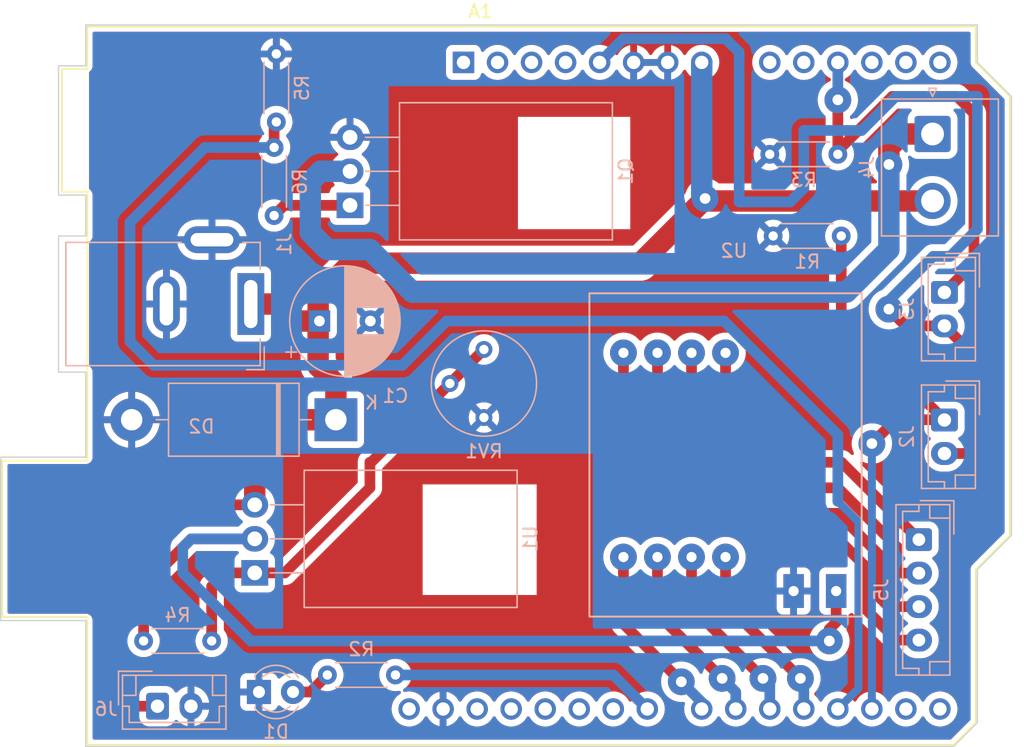
<source format=kicad_pcb>
(kicad_pcb (version 20211014) (generator pcbnew)
  (layers (0 "F.Cu" signal) (31 "B.Cu" signal) (34 "B.Paste" user) (35 "F.Paste" user) (36 "B.SilkS" user "B.Silkscreen") (37 "F.SilkS" user "F.Silkscreen") (38 "B.Mask" user) (39 "F.Mask" user) (44 "Edge.Cuts" user))
  (net 0 "")
  (net 5 "+5V")
  (net 6 "GND")
  (net 7 "Net-(J4-Pad1)")
  (net 8 "+12V")
  (net 9 "THERMISTOR")
  (net 15 "M0")
  (net 16 "M1")
  (net 17 "M2")
  (net 18 "M3")
  (net 19 "HOTEND")
  (net 20 "RUNOUT")
  (net 21 "LED")
  (net 28 "Net-(R4-Pad1)")
  (net 29 "+9V")
  (net 30 "Net-(D1-Pad2)")
  (net 31 "Net-(J5-Pad1)")
  (net 32 "Net-(J5-Pad2)")
  (net 33 "Net-(J5-Pad3)")
  (net 34 "Net-(J5-Pad4)")
  (net 35 "Net-(Q1-Pad1)")
  (footprint "Module:Arduino_UNO_R2" (layer "F.Cu") (at 151.13 85.09)
    (fp_text reference "A1" (at 1.27 -3.81 180) (layer "F.SilkS"))
    (fp_text value "Arduino_UNO_R2")
    (pad "1" thru_hole rect (at 0 0 90) (size 1.6 1.6) (drill 1) (layers *.Cu *.Mask))
    (pad "2" thru_hole oval (at 2.54 0 90) (size 1.6 1.6) (drill 1) (layers *.Cu *.Mask))
    (pad "3" thru_hole oval (at 5.08 0 90) (size 1.6 1.6) (drill 1) (layers *.Cu *.Mask))
    (pad "4" thru_hole oval (at 7.62 0 90) (size 1.6 1.6) (drill 1) (layers *.Cu *.Mask))
    (pad "5" thru_hole oval (at 10.16 0 90) (size 1.6 1.6) (drill 1) (layers *.Cu *.Mask) (net 5 "+5V"))
    (pad "6" thru_hole oval (at 12.7 0 90) (size 1.6 1.6) (drill 1) (layers *.Cu *.Mask) (net 6 "GND"))
    (pad "7" thru_hole oval (at 15.24 0 90) (size 1.6 1.6) (drill 1) (layers *.Cu *.Mask) (net 6 "GND"))
    (pad "8" thru_hole oval (at 17.78 0 90) (size 1.6 1.6) (drill 1) (layers *.Cu *.Mask) (net 8 "+12V"))
    (pad "9" thru_hole oval (at 22.86 0 90) (size 1.6 1.6) (drill 1) (layers *.Cu *.Mask))
    (pad "10" thru_hole oval (at 25.4 0 90) (size 1.6 1.6) (drill 1) (layers *.Cu *.Mask))
    (pad "11" thru_hole oval (at 27.94 0 90) (size 1.6 1.6) (drill 1) (layers *.Cu *.Mask) (net 9 "THERMISTOR"))
    (pad "12" thru_hole oval (at 30.48 0 90) (size 1.6 1.6) (drill 1) (layers *.Cu *.Mask))
    (pad "13" thru_hole oval (at 33.02 0 90) (size 1.6 1.6) (drill 1) (layers *.Cu *.Mask))
    (pad "14" thru_hole oval (at 35.56 0 90) (size 1.6 1.6) (drill 1) (layers *.Cu *.Mask))
    (pad "15" thru_hole oval (at 35.56 48.26 90) (size 1.6 1.6) (drill 1) (layers *.Cu *.Mask))
    (pad "16" thru_hole oval (at 33.02 48.26 90) (size 1.6 1.6) (drill 1) (layers *.Cu *.Mask))
    (pad "17" thru_hole oval (at 30.48 48.26 90) (size 1.6 1.6) (drill 1) (layers *.Cu *.Mask) (net 20 "RUNOUT"))
    (pad "18" thru_hole oval (at 27.94 48.26 90) (size 1.6 1.6) (drill 1) (layers *.Cu *.Mask) (net 19 "HOTEND"))
    (pad "19" thru_hole oval (at 25.4 48.26 90) (size 1.6 1.6) (drill 1) (layers *.Cu *.Mask) (net 15 "M0"))
    (pad "20" thru_hole oval (at 22.86 48.26 90) (size 1.6 1.6) (drill 1) (layers *.Cu *.Mask) (net 16 "M1"))
    (pad "21" thru_hole oval (at 20.32 48.26 90) (size 1.6 1.6) (drill 1) (layers *.Cu *.Mask) (net 17 "M2"))
    (pad "22" thru_hole oval (at 17.78 48.26 90) (size 1.6 1.6) (drill 1) (layers *.Cu *.Mask) (net 18 "M3"))
    (pad "23" thru_hole oval (at 13.72 48.26 90) (size 1.6 1.6) (drill 1) (layers *.Cu *.Mask) (net 21 "LED"))
    (pad "24" thru_hole oval (at 11.18 48.26 90) (size 1.6 1.6) (drill 1) (layers *.Cu *.Mask))
    (pad "25" thru_hole oval (at 8.64 48.26 90) (size 1.6 1.6) (drill 1) (layers *.Cu *.Mask))
    (pad "26" thru_hole oval (at 6.1 48.26 90) (size 1.6 1.6) (drill 1) (layers *.Cu *.Mask))
    (pad "27" thru_hole oval (at 3.56 48.26 90) (size 1.6 1.6) (drill 1) (layers *.Cu *.Mask))
    (pad "28" thru_hole oval (at 1.02 48.26 90) (size 1.6 1.6) (drill 1) (layers *.Cu *.Mask))
    (pad "29" thru_hole oval (at -1.52 48.26 90) (size 1.6 1.6) (drill 1) (layers *.Cu *.Mask) (net 6 "GND"))
    (pad "30" thru_hole oval (at -4.06 48.26 90) (size 1.6 1.6) (drill 1) (layers *.Cu *.Mask))
  )
  (footprint "Connector_JST:JST_NV_B02P-NV_1x02_P5.00mm_Vertical" (layer "B.Cu") (at 186.14 90.4325 -90)
    (fp_text reference "J4" (at 2.5 4.9 90) (layer "B.SilkS") (effects (justify mirror)))
    (fp_text value "Conn_01x02")
    (pad "1" thru_hole roundrect (at 0 0 270) (size 2.7 2.7) (drill 1.7) (layers *.Cu *.Mask) (roundrect_rratio 0.09259296296) (net 7 "Net-(J4-Pad1)"))
    (pad "2" thru_hole circle (at 5 0 270) (size 2.7 2.7) (drill 1.7) (layers *.Cu *.Mask) (net 8 "+12V"))
  )
  (footprint "Resistor_THT:R_Axial_DIN0204_L3.6mm_D1.6mm_P5.08mm_Horizontal" (layer "B.Cu") (at 174.244 98.044)
    (fp_text reference "R1" (at 2.54 1.92) (layer "B.SilkS") (effects (justify mirror)))
    (fp_text value "10k")
    (pad "1" thru_hole circle (at 0 0) (size 1.4 1.4) (drill 0.7) (layers *.Cu *.Mask) (net 6 "GND"))
    (pad "2" thru_hole oval (at 5.08 0) (size 1.4 1.4) (drill 0.7) (layers *.Cu *.Mask) (net 20 "RUNOUT"))
  )
  (footprint "Package_TO_SOT_THT:TO-220-3_Horizontal_TabDown" (layer "B.Cu") (at 142.662 95.758 90)
    (fp_text reference "Q1" (at 2.54 20.58 90) (layer "B.SilkS") (effects (justify mirror)))
    (fp_text value "IRF540N")
    (pad "" np_thru_hole oval (at 2.54 16.66 90) (size 3.5 3.5) (drill 3.5) (layers F&B.Cu *.Mask))
    (pad "1" thru_hole rect (at 0 0 90) (size 1.905 2) (drill 1.1) (layers *.Cu *.Mask) (net 35 "Net-(Q1-Pad1)"))
    (pad "2" thru_hole oval (at 2.54 0 90) (size 1.905 2) (drill 1.1) (layers *.Cu *.Mask) (net 7 "Net-(J4-Pad1)"))
    (pad "3" thru_hole oval (at 5.08 0 90) (size 1.905 2) (drill 1.1) (layers *.Cu *.Mask) (net 6 "GND"))
  )
  (footprint "Resistor_THT:R_Axial_DIN0204_L3.6mm_D1.6mm_P5.08mm_Horizontal" (layer "B.Cu") (at 146.05 130.81 180)
    (fp_text reference "R2" (at 2.54 1.92) (layer "B.SilkS") (effects (justify mirror)))
    (fp_text value "220")
    (pad "1" thru_hole circle (at 0 0 180) (size 1.4 1.4) (drill 0.7) (layers *.Cu *.Mask) (net 21 "LED"))
    (pad "2" thru_hole oval (at 5.08 0 180) (size 1.4 1.4) (drill 0.7) (layers *.Cu *.Mask) (net 30 "Net-(D1-Pad2)"))
  )
  (footprint "LED_THT:LED_D3.0mm" (layer "B.Cu") (at 135.865 132.08)
    (fp_text reference "D1" (at 1.27 2.96) (layer "B.SilkS") (effects (justify mirror)))
    (fp_text value "LED_Small")
    (pad "1" thru_hole rect (at 0 0) (size 1.8 1.8) (drill 0.9) (layers *.Cu *.Mask) (net 6 "GND"))
    (pad "2" thru_hole circle (at 2.54 0) (size 1.8 1.8) (drill 0.9) (layers *.Cu *.Mask) (net 30 "Net-(D1-Pad2)"))
  )
  (footprint "Connector_JST:JST_EH_B4B-EH-A_1x04_P2.50mm_Vertical" (layer "B.Cu") (at 185.12 120.71 -90)
    (fp_text reference "J5" (at 3.75 2.8 90) (layer "B.SilkS") (effects (justify mirror)))
    (fp_text value "Conn_01x04")
    (pad "1" thru_hole roundrect (at 0 0 270) (size 1.7 1.95) (drill 0.95) (layers *.Cu *.Mask) (roundrect_rratio 0.1470588235) (net 31 "Net-(J5-Pad1)"))
    (pad "2" thru_hole oval (at 2.5 0 270) (size 1.7 1.95) (drill 0.95) (layers *.Cu *.Mask) (net 32 "Net-(J5-Pad2)"))
    (pad "3" thru_hole oval (at 5 0 270) (size 1.7 1.95) (drill 0.95) (layers *.Cu *.Mask) (net 33 "Net-(J5-Pad3)"))
    (pad "4" thru_hole oval (at 7.5 0 270) (size 1.7 1.95) (drill 0.95) (layers *.Cu *.Mask) (net 34 "Net-(J5-Pad4)"))
  )
  (footprint "Resistor_THT:R_Axial_DIN0204_L3.6mm_D1.6mm_P5.08mm_Horizontal" (layer "B.Cu") (at 173.99 91.948)
    (fp_text reference "R3" (at 2.54 1.92) (layer "B.SilkS") (effects (justify mirror)))
    (fp_text value "10k")
    (pad "1" thru_hole circle (at 0 0) (size 1.4 1.4) (drill 0.7) (layers *.Cu *.Mask) (net 6 "GND"))
    (pad "2" thru_hole oval (at 5.08 0) (size 1.4 1.4) (drill 0.7) (layers *.Cu *.Mask) (net 9 "THERMISTOR"))
  )
  (footprint "Resistor_THT:R_Axial_DIN0204_L3.6mm_D1.6mm_P5.08mm_Horizontal" (layer "B.Cu") (at 132.334 128.27 180)
    (fp_text reference "R4" (at 2.54 1.92) (layer "B.SilkS") (effects (justify mirror)))
    (fp_text value "240")
    (pad "1" thru_hole circle (at 0 0 180) (size 1.4 1.4) (drill 0.7) (layers *.Cu *.Mask) (net 28 "Net-(R4-Pad1)"))
    (pad "2" thru_hole oval (at 5.08 0 180) (size 1.4 1.4) (drill 0.7) (layers *.Cu *.Mask) (net 29 "+9V"))
  )
  (footprint "Connector_JST:JST_EH_B2B-EH-A_1x02_P2.50mm_Vertical" (layer "B.Cu") (at 187.025 102.255 -90)
    (fp_text reference "J3" (at 1.25 2.8 90) (layer "B.SilkS") (effects (justify mirror)))
    (fp_text value "Conn_01x02")
    (pad "1" thru_hole roundrect (at 0 0 270) (size 1.7 2) (drill 1) (layers *.Cu *.Mask) (roundrect_rratio 0.1470588235) (net 9 "THERMISTOR"))
    (pad "2" thru_hole oval (at 2.5 0 270) (size 1.7 2) (drill 1) (layers *.Cu *.Mask) (net 5 "+5V"))
  )
  (footprint "Diode_THT:D_DO-201AD_P15.24mm_Horizontal" (layer "B.Cu") (at 141.605 111.76 180)
    (fp_text reference "D2" (at 10.033 -0.508) (layer "B.SilkS") (effects (justify mirror)))
    (fp_text value "1N5402")
    (fp_text user "K" (at -2.667 1.27) (layer "B.SilkS") (effects (justify mirror)))
    (pad "1" thru_hole rect (at 0 0 180) (size 3.2 3.2) (drill 1.6) (layers *.Cu *.Mask) (net 8 "+12V"))
    (pad "2" thru_hole oval (at 15.24 0 180) (size 3.2 3.2) (drill 1.6) (layers *.Cu *.Mask) (net 6 "GND"))
  )
  (footprint "Package_TO_SOT_THT:TO-220-3_Horizontal_TabDown" (layer "B.Cu") (at 135.55 123.19 90)
    (fp_text reference "U1" (at 2.54 20.58 90) (layer "B.SilkS") (effects (justify mirror)))
    (fp_text value "LM317_TO-220")
    (pad "" np_thru_hole oval (at 2.54 16.66 90) (size 3.5 3.5) (drill 3.5) (layers F&B.Cu *.Mask))
    (pad "1" thru_hole rect (at 0 0 90) (size 1.905 2) (drill 1.1) (layers *.Cu *.Mask) (net 28 "Net-(R4-Pad1)"))
    (pad "2" thru_hole oval (at 2.54 0 90) (size 1.905 2) (drill 1.1) (layers *.Cu *.Mask) (net 29 "+9V"))
    (pad "3" thru_hole oval (at 5.08 0 90) (size 1.905 2) (drill 1.1) (layers *.Cu *.Mask) (net 8 "+12V"))
  )
  (footprint "Connector_JST:JST_EH_B2B-EH-A_1x02_P2.50mm_Vertical" (layer "B.Cu") (at 187.025 111.78 -90)
    (fp_text reference "J2" (at 1.25 2.8 90) (layer "B.SilkS") (effects (justify mirror)))
    (fp_text value "Conn_01x02")
    (pad "1" thru_hole roundrect (at 0 0 270) (size 1.7 2) (drill 1) (layers *.Cu *.Mask) (roundrect_rratio 0.1470588235) (net 20 "RUNOUT"))
    (pad "2" thru_hole oval (at 2.5 0 270) (size 1.7 2) (drill 1) (layers *.Cu *.Mask) (net 5 "+5V"))
  )
  (footprint "Resistor_THT:R_Axial_DIN0204_L3.6mm_D1.6mm_P5.08mm_Horizontal" (layer "B.Cu") (at 136.995 96.52 90)
    (fp_text reference "R6" (at 2.54 1.92 90) (layer "B.SilkS") (effects (justify mirror)))
    (fp_text value "220")
    (pad "1" thru_hole circle (at 0 0 90) (size 1.4 1.4) (drill 0.7) (layers *.Cu *.Mask) (net 35 "Net-(Q1-Pad1)"))
    (pad "2" thru_hole oval (at 5.08 0 90) (size 1.4 1.4) (drill 0.7) (layers *.Cu *.Mask) (net 19 "HOTEND"))
  )
  (footprint "Connector_JST:JST_EH_B2B-EH-A_1x02_P2.50mm_Vertical" (layer "B.Cu") (at 128.29 133.142)
    (fp_text reference "J6" (at -3.83 0.208) (layer "B.SilkS") (effects (justify mirror)))
    (fp_text value "Conn_01x02")
    (pad "1" thru_hole roundrect (at 0 0) (size 1.7 2) (drill 1) (layers *.Cu *.Mask) (roundrect_rratio 0.147059) (net 8 "+12V"))
    (pad "2" thru_hole oval (at 2.5 0) (size 1.7 2) (drill 1) (layers *.Cu *.Mask) (net 6 "GND"))
  )
  (footprint "Capacitor_THT:CP_Radial_D8.0mm_P3.80mm" (layer "B.Cu") (at 140.378047 104.394)
    (fp_text reference "C1" (at 5.671953 5.588) (layer "B.SilkS") (effects (justify mirror)))
    (fp_text value "220u")
    (pad "1" thru_hole rect (at 0 0) (size 1.6 1.6) (drill 0.8) (layers *.Cu *.Mask) (net 8 "+12V"))
    (pad "2" thru_hole circle (at 3.8 0) (size 1.6 1.6) (drill 0.8) (layers *.Cu *.Mask) (net 6 "GND"))
  )
  (footprint "Connector_BarrelJack:BarrelJack_GCT_DCJ200-10-A_Horizontal" (layer "B.Cu") (at 135.255 103.124 90)
    (fp_text reference "J1" (at 4.46 2.5 90) (layer "B.SilkS") (effects (justify mirror)))
    (fp_text value "Jack-DC")
    (pad "1" thru_hole rect (at 0 0 90) (size 4.6 2) (drill oval 3.6 1) (layers *.Cu *.Mask) (net 8 "+12V"))
    (pad "2" thru_hole oval (at 0 -6.3 90) (size 4.2 2) (drill oval 3.2 1) (layers *.Cu *.Mask) (net 6 "GND"))
    (pad "3" thru_hole oval (at 4.8 -2.9 90) (size 2 4.2) (drill oval 1 3.2) (layers *.Cu *.Mask) (net 6 "GND"))
  )
  (footprint "Potentiometer_THT:Potentiometer_Bourns_3339P_Vertical" (layer "B.Cu") (at 152.654 106.516)
    (fp_text reference "RV1" (at 0 7.6) (layer "B.SilkS") (effects (justify mirror)))
    (fp_text value "1k")
    (pad "1" thru_hole circle (at 0 0) (size 1.26 1.26) (drill 0.7) (layers *.Cu *.Mask) (net 28 "Net-(R4-Pad1)"))
    (pad "2" thru_hole circle (at -2.54 2.54) (size 1.26 1.26) (drill 0.7) (layers *.Cu *.Mask) (net 28 "Net-(R4-Pad1)"))
    (pad "3" thru_hole circle (at 0 5.08) (size 1.26 1.26) (drill 0.7) (layers *.Cu *.Mask) (net 6 "GND"))
  )
  (footprint "pet_puller:mx1508_module" (layer "B.Cu") (at 174.498 99.7825 180)
    (fp_text reference "U2" (at 3.175 0.635 unlocked) (layer "B.SilkS") (effects (justify mirror)))
    (fp_text value "MX1508_module")
    (pad "1" thru_hole rect (at -4.445 -24.765 180) (size 1.524 2.524) (drill 0.762) (layers *.Cu *.Mask) (net 29 "+9V"))
    (pad "2" thru_hole rect (at -1.27 -24.765 180) (size 1.524 2.524) (drill 0.762) (layers *.Cu *.Mask) (net 6 "GND"))
    (pad "3" thru_hole circle (at 3.81 -22.225 180) (size 2 2) (drill 0.762) (layers *.Cu *.Mask) (net 15 "M0"))
    (pad "4" thru_hole circle (at 6.35 -22.225 180) (size 2 2) (drill 0.762) (layers *.Cu *.Mask) (net 16 "M1"))
    (pad "5" thru_hole circle (at 8.89 -22.225 180) (size 2 2) (drill 0.762) (layers *.Cu *.Mask) (net 17 "M2"))
    (pad "6" thru_hole circle (at 11.43 -22.225 180) (size 2 2) (drill 0.762) (layers *.Cu *.Mask) (net 18 "M3"))
    (pad "7" thru_hole circle (at 11.43 -6.985 180) (size 2 2) (drill 0.762) (layers *.Cu *.Mask) (net 34 "Net-(J5-Pad4)"))
    (pad "8" thru_hole circle (at 8.89 -6.985 180) (size 2 2) (drill 0.762) (layers *.Cu *.Mask) (net 33 "Net-(J5-Pad3)"))
    (pad "9" thru_hole circle (at 6.35 -6.985 180) (size 2 2) (drill 0.762) (layers *.Cu *.Mask) (net 32 "Net-(J5-Pad2)"))
    (pad "10" thru_hole circle (at 3.81 -6.985 180) (size 2 2) (drill 0.762) (layers *.Cu *.Mask) (net 31 "Net-(J5-Pad1)"))
  )
  (footprint "Resistor_THT:R_Axial_DIN0204_L3.6mm_D1.6mm_P5.08mm_Horizontal" (layer "B.Cu") (at 137.16 89.535 90)
    (fp_text reference "R5" (at 2.54 1.92 90) (layer "B.SilkS") (effects (justify mirror)))
    (fp_text value "10k")
    (pad "1" thru_hole circle (at 0 0 90) (size 1.4 1.4) (drill 0.7) (layers *.Cu *.Mask) (net 19 "HOTEND"))
    (pad "2" thru_hole oval (at 5.08 0 90) (size 1.4 1.4) (drill 0.7) (layers *.Cu *.Mask) (net 6 "GND"))
  )
  (gr_line (start 189.484 85.09) (end 192.024 87.63) (layer "Edge.Cuts") (width 0.1))
  (gr_line (start 120.904 108.204) (end 120.904 98.044) (layer "Edge.Cuts") (width 0.1))
  (gr_line (start 122.936 136.144) (end 122.936 126.746) (layer "Edge.Cuts") (width 0.1))
  (gr_line (start 120.904 85.344) (end 122.936 85.344) (layer "Edge.Cuts") (width 0.1))
  (gr_line (start 122.936 114.554) (end 122.936 109.982) (layer "Edge.Cuts") (width 0.1))
  (gr_line (start 122.936 85.344) (end 122.936 82.296) (layer "Edge.Cuts") (width 0.1))
  (gr_line (start 122.936 109.22) (end 122.936 108.204) (layer "Edge.Cuts") (width 0.1))
  (gr_line (start 122.936 94.996) (end 120.904 94.996) (layer "Edge.Cuts") (width 0.1))
  (gr_line (start 122.936 98.044) (end 122.936 94.996) (layer "Edge.Cuts") (width 0.1))
  (gr_line (start 116.586 126.746) (end 116.586 114.554) (layer "Edge.Cuts") (width 0.1))
  (gr_line (start 120.904 94.996) (end 120.904 85.344) (layer "Edge.Cuts") (width 0.1))
  (gr_line (start 189.484 82.296) (end 189.484 85.09) (layer "Edge.Cuts") (width 0.1))
  (gr_line (start 192.024 120.396) (end 189.484 122.936) (layer "Edge.Cuts") (width 0.1))
  (gr_line (start 122.936 126.746) (end 116.586 126.746) (layer "Edge.Cuts") (width 0.1))
  (gr_line (start 187.706 136.144) (end 122.936 136.144) (layer "Edge.Cuts") (width 0.1))
  (gr_line (start 192.024 87.63) (end 192.024 120.396) (layer "Edge.Cuts") (width 0.1))
  (gr_line (start 122.936 82.296) (end 189.484 82.296) (layer "Edge.Cuts") (width 0.1))
  (gr_line (start 120.904 98.044) (end 122.936 98.044) (layer "Edge.Cuts") (width 0.1))
  (gr_line (start 189.484 122.936) (end 189.484 134.366) (layer "Edge.Cuts") (width 0.1))
  (gr_line (start 189.484 134.366) (end 187.706 136.144) (layer "Edge.Cuts") (width 0.1))
  (gr_line (start 116.586 114.554) (end 122.936 114.554) (layer "Edge.Cuts") (width 0.1))
  (gr_line (start 122.936 109.982) (end 122.936 109.22) (layer "Edge.Cuts") (width 0.1))
  (gr_line (start 122.936 108.204) (end 120.904 108.204) (layer "Edge.Cuts") (width 0.1))
  (segment (start 189.865 107.595) (end 187.025 104.755) (width 0.8) (layer "F.Cu") (net 5))
  (segment (start 187.025 114.28) (end 188.615 114.28) (width 0.8) (layer "F.Cu") (net 5))
  (segment (start 189.865 113.03) (end 189.865 107.595) (width 0.8) (layer "F.Cu") (net 5))
  (segment (start 187.025 104.755) (end 184.13 104.755) (width 0.8) (layer "F.Cu") (net 5))
  (segment (start 188.615 114.28) (end 189.865 113.03) (width 0.8) (layer "F.Cu") (net 5))
  (segment (start 184.13 104.755) (end 182.88 103.505) (width 0.8) (layer "F.Cu") (net 5))
  (via (at 182.88 103.505) (size 2) (drill 0.8) (layers "F.Cu" "B.Cu") (net 5))
  (segment (start 176.53 94.488) (end 176.53 90.17) (width 0.8) (layer "B.Cu") (net 5))
  (segment (start 161.29 85.09) (end 163.068 83.312) (width 0.8) (layer "B.Cu") (net 5))
  (segment (start 187.452 99.568) (end 186.182 99.568) (width 0.8) (layer "B.Cu") (net 5))
  (segment (start 186.182 99.568) (end 182.88 102.87) (width 0.8) (layer "B.Cu") (net 5))
  (segment (start 183.388 87.63) (end 189.484 87.63) (width 0.8) (layer "B.Cu") (net 5))
  (segment (start 180.848 90.17) (end 183.388 87.63) (width 0.8) (layer "B.Cu") (net 5))
  (segment (start 176.53 90.17) (end 180.848 90.17) (width 0.8) (layer "B.Cu") (net 5))
  (segment (start 170.688 83.312) (end 171.704 84.328) (width 0.8) (layer "B.Cu") (net 5))
  (segment (start 182.88 102.87) (end 182.88 103.505) (width 0.8) (layer "B.Cu") (net 5))
  (segment (start 163.068 83.312) (end 170.688 83.312) (width 0.8) (layer "B.Cu") (net 5))
  (segment (start 189.484 87.63) (end 189.484 97.536) (width 0.8) (layer "B.Cu") (net 5))
  (segment (start 171.704 95.504) (end 175.514 95.504) (width 0.8) (layer "B.Cu") (net 5))
  (segment (start 189.484 97.536) (end 187.452 99.568) (width 0.8) (layer "B.Cu") (net 5))
  (segment (start 171.704 84.328) (end 171.704 95.504) (width 0.8) (layer "B.Cu") (net 5))
  (segment (start 175.514 95.504) (end 176.53 94.488) (width 0.8) (layer "B.Cu") (net 5))
  (segment (start 182.88 92.71) (end 182.88 91.44) (width 1.6) (layer "F.Cu") (net 7))
  (segment (start 182.88 91.44) (end 183.8875 90.4325) (width 1.6) (layer "F.Cu") (net 7))
  (segment (start 183.8875 90.4325) (end 186.14 90.4325) (width 1.6) (layer "F.Cu") (net 7))
  (via (at 182.88 92.71) (size 2) (drill 0.8) (layers "F.Cu" "B.Cu") (net 7))
  (segment (start 182.88 99.06) (end 179.705 102.235) (width 1.6) (layer "B.Cu") (net 7))
  (segment (start 139.7 93.98) (end 140.462 93.218) (width 1.6) (layer "B.Cu") (net 7))
  (segment (start 179.705 102.235) (end 147.32 102.235) (width 1.6) (layer "B.Cu") (net 7))
  (segment (start 139.7 97.79) (end 139.7 93.98) (width 1.6) (layer "B.Cu") (net 7))
  (segment (start 140.462 93.218) (end 142.662 93.218) (width 1.6) (layer "B.Cu") (net 7))
  (segment (start 140.97 99.06) (end 139.7 97.79) (width 1.6) (layer "B.Cu") (net 7))
  (segment (start 144.145 99.06) (end 140.97 99.06) (width 1.6) (layer "B.Cu") (net 7))
  (segment (start 147.32 102.235) (end 144.145 99.06) (width 1.6) (layer "B.Cu") (net 7))
  (segment (start 182.88 99.06) (end 182.88 92.71) (width 1.6) (layer "B.Cu") (net 7))
  (segment (start 169.164 95.25) (end 169.3465 95.4325) (width 0.25) (layer "F.Cu") (net 8))
  (segment (start 125.476 123.444) (end 130.81 118.11) (width 0.8) (layer "F.Cu") (net 8))
  (segment (start 140.280698 102.543302) (end 140.280698 104.394) (width 1.6) (layer "F.Cu") (net 8))
  (segment (start 125.476 131.826) (end 125.476 123.444) (width 0.8) (layer "F.Cu") (net 8))
  (segment (start 135.55 118.11) (end 135.55 113.116) (width 1.6) (layer "F.Cu") (net 8))
  (segment (start 164.338 100.076) (end 169.164 95.25) (width 1.6) (layer "F.Cu") (net 8))
  (segment (start 136.906 111.76) (end 141.605 111.76) (width 1.6) (layer "F.Cu") (net 8))
  (segment (start 169.3465 95.4325) (end 186.14 95.4325) (width 1.6) (layer "F.Cu") (net 8))
  (segment (start 142.748 100.076) (end 164.338 100.076) (width 1.6) (layer "F.Cu") (net 8))
  (segment (start 137.414 103.124) (end 135.255 103.124) (width 1.6) (layer "F.Cu") (net 8))
  (segment (start 135.55 113.116) (end 136.906 111.76) (width 1.6) (layer "F.Cu") (net 8))
  (segment (start 138.684 104.394) (end 137.414 103.124) (width 1.6) (layer "F.Cu") (net 8))
  (segment (start 126.792 133.142) (end 125.476 131.826) (width 0.8) (layer "F.Cu") (net 8))
  (segment (start 141.605 111.76) (end 141.605 109.093) (width 1.6) (layer "F.Cu") (net 8))
  (segment (start 141.605 109.093) (end 140.280698 107.768698) (width 1.6) (layer "F.Cu") (net 8))
  (segment (start 130.81 118.11) (end 135.55 118.11) (width 0.8) (layer "F.Cu") (net 8))
  (segment (start 140.280698 104.394) (end 138.684 104.394) (width 1.6) (layer "F.Cu") (net 8))
  (segment (start 140.280698 107.768698) (end 140.280698 104.394) (width 1.6) (layer "F.Cu") (net 8))
  (segment (start 140.280698 102.543302) (end 142.748 100.076) (width 1.6) (layer "F.Cu") (net 8))
  (segment (start 128.29 133.142) (end 126.792 133.142) (width 0.8) (layer "F.Cu") (net 8))
  (via (at 169.164 95.25) (size 2) (drill 0.8) (layers "F.Cu" "B.Cu") (net 8))
  (segment (start 168.91 85.09) (end 168.91 94.996) (width 1.6) (layer "B.Cu") (net 8))
  (segment (start 168.91 94.996) (end 169.164 95.25) (width 1.6) (layer "B.Cu") (net 8))
  (segment (start 187.025 102.255) (end 189.23 100.05) (width 0.8) (layer "F.Cu") (net 9))
  (segment (start 189.23 88.9) (end 187.96 87.63) (width 0.8) (layer "F.Cu") (net 9))
  (segment (start 189.23 100.05) (end 189.23 88.9) (width 0.8) (layer "F.Cu") (net 9))
  (segment (start 187.96 87.63) (end 183.134 87.63) (width 0.8) (layer "F.Cu") (net 9))
  (segment (start 183.134 87.63) (end 179.07 91.694) (width 0.8) (layer "F.Cu") (net 9))
  (segment (start 179.07 91.694) (end 179.324 91.948) (width 0.25) (layer "F.Cu") (net 9))
  (segment (start 179.07 87.884) (end 179.07 91.694) (width 0.8) (layer "F.Cu") (net 9))
  (via (at 179.07 87.884) (size 2) (drill 0.8) (layers "F.Cu" "B.Cu") (net 9))
  (segment (start 179.07 85.09) (end 179.07 87.884) (width 0.8) (layer "B.Cu") (net 9))
  (segment (start 170.815 125.603) (end 170.688 125.603) (width 0.8) (layer "F.Cu") (net 15))
  (segment (start 176.276 131.064) (end 170.815 125.603) (width 0.8) (layer "F.Cu") (net 15))
  (segment (start 170.688 125.603) (end 170.688 122.0075) (width 0.8) (layer "F.Cu") (net 15))
  (via (at 176.276 131.064) (size 2) (drill 0.8) (layers "F.Cu" "B.Cu") (net 15))
  (segment (start 176.53 133.35) (end 176.53 131.318) (width 0.8) (layer "B.Cu") (net 15))
  (segment (start 176.53 131.318) (end 176.276 131.064) (width 0.8) (layer "B.Cu") (net 15))
  (segment (start 168.148 125.222) (end 168.148 122.0075) (width 0.8) (layer "F.Cu") (net 16))
  (segment (start 168.148 125.73) (end 168.148 125.222) (width 0.8) (layer "F.Cu") (net 16))
  (segment (start 173.482 131.064) (end 168.148 125.73) (width 0.8) (layer "F.Cu") (net 16))
  (via (at 173.482 131.064) (size 2) (drill 0.8) (layers "F.Cu" "B.Cu") (net 16))
  (segment (start 173.99 133.35) (end 173.99 131.572) (width 0.8) (layer "B.Cu") (net 16))
  (segment (start 173.99 131.572) (end 173.482 131.064) (width 0.8) (layer "B.Cu") (net 16))
  (segment (start 165.608 126.238) (end 165.608 122.0075) (width 0.8) (layer "F.Cu") (net 17))
  (segment (start 170.434 131.064) (end 165.608 126.238) (width 0.8) (layer "F.Cu") (net 17))
  (via (at 170.434 131.064) (size 2) (drill 0.8) (layers "F.Cu" "B.Cu") (net 17))
  (segment (start 171.45 133.35) (end 171.45 132.08) (width 0.8) (layer "B.Cu") (net 17))
  (segment (start 171.45 132.08) (end 170.434 131.064) (width 0.8) (layer "B.Cu") (net 17))
  (segment (start 163.068 127) (end 163.068 122.0075) (width 0.8) (layer "F.Cu") (net 18))
  (segment (start 167.386 131.318) (end 163.068 127) (width 0.8) (layer "F.Cu") (net 18))
  (via (at 167.386 131.318) (size 2) (drill 0.8) (layers "F.Cu" "B.Cu") (net 18))
  (segment (start 168.91 133.35) (end 168.91 132.842) (width 0.8) (layer "B.Cu") (net 18))
  (segment (start 168.91 132.842) (end 167.386 131.318) (width 0.8) (layer "B.Cu") (net 18))
  (segment (start 136.995 91.44) (end 136.995 89.7) (width 0.8) (layer "F.Cu") (net 19))
  (segment (start 136.995 89.7) (end 137.16 89.535) (width 0.8) (layer "F.Cu") (net 19))
  (segment (start 126.238 105.918) (end 128.016 107.696) (width 0.8) (layer "B.Cu") (net 19))
  (segment (start 149.86 104.394) (end 170.577242 104.394) (width 0.8) (layer "B.Cu") (net 19))
  (segment (start 146.558 107.696) (end 149.86 104.394) (width 0.8) (layer "B.Cu") (net 19))
  (segment (start 170.577242 104.394) (end 179.07 112.886758) (width 0.8) (layer "B.Cu") (net 19))
  (segment (start 180.61 131.81) (end 179.07 133.35) (width 0.6) (layer "B.Cu") (net 19))
  (segment (start 180.61 119.396) (end 180.61 131.81) (width 0.6) (layer "B.Cu") (net 19))
  (segment (start 126.238 97.028) (end 126.238 105.918) (width 0.8) (layer "B.Cu") (net 19))
  (segment (start 179.07 112.886758) (end 179.07 117.856) (width 0.8) (layer "B.Cu") (net 19))
  (segment (start 128.016 107.696) (end 146.558 107.696) (width 0.8) (layer "B.Cu") (net 19))
  (segment (start 136.995 91.44) (end 131.826 91.44) (width 0.8) (layer "B.Cu") (net 19))
  (segment (start 131.826 91.44) (end 126.238 97.028) (width 0.8) (layer "B.Cu") (net 19))
  (segment (start 179.07 117.856) (end 180.61 119.396) (width 0.6) (layer "B.Cu") (net 19))
  (segment (start 183.388 111.76) (end 187.005 111.76) (width 0.8) (layer "F.Cu") (net 20))
  (segment (start 187.005 111.76) (end 187.025 111.78) (width 0.8) (layer "F.Cu") (net 20))
  (segment (start 181.61 113.538) (end 183.388 111.76) (width 0.8) (layer "F.Cu") (net 20))
  (segment (start 187.025 111.78) (end 179.324 104.079) (width 0.8) (layer "F.Cu") (net 20))
  (segment (start 179.324 104.079) (end 179.324 98.044) (width 0.8) (layer "F.Cu") (net 20))
  (via (at 181.61 113.538) (size 2) (drill 0.8) (layers "F.Cu" "B.Cu") (net 20))
  (segment (start 181.61 133.35) (end 181.61 114.046) (width 0.6) (layer "B.Cu") (net 20))
  (segment (start 181.61 114.046) (end 181.61 113.538) (width 0.8) (layer "B.Cu") (net 20))
  (segment (start 164.85 133.35) (end 162.31 130.81) (width 0.8) (layer "B.Cu") (net 21))
  (segment (start 162.31 130.81) (end 146.05 130.81) (width 0.8) (layer "B.Cu") (net 21))
  (segment (start 133.35 123.19) (end 135.55 123.19) (width 0.8) (layer "F.Cu") (net 28))
  (segment (start 137.795 123.19) (end 144.145 116.84) (width 0.8) (layer "F.Cu") (net 28))
  (segment (start 144.235 114.935) (end 150.114 109.056) (width 0.8) (layer "F.Cu") (net 28))
  (segment (start 132.334 124.206) (end 133.35 123.19) (width 0.8) (layer "F.Cu") (net 28))
  (segment (start 132.334 124.206) (end 132.334 128.27) (width 0.8) (layer "F.Cu") (net 28))
  (segment (start 135.55 123.19) (end 137.795 123.19) (width 0.8) (layer "F.Cu") (net 28))
  (segment (start 144.145 116.84) (end 144.145 114.935) (width 0.8) (layer "F.Cu") (net 28))
  (segment (start 144.145 114.935) (end 144.235 114.935) (width 0.8) (layer "F.Cu") (net 28))
  (segment (start 150.114 109.056) (end 152.654 106.516) (width 0.8) (layer "F.Cu") (net 28))
  (segment (start 127.254 124.206) (end 127.254 128.27) (width 0.8) (layer "F.Cu") (net 29))
  (segment (start 178.435 127.381) (end 178.943 126.873) (width 0.8) (layer "F.Cu") (net 29))
  (segment (start 178.435 128.27) (end 178.435 127.381) (width 0.8) (layer "F.Cu") (net 29))
  (segment (start 127.254 124.206) (end 130.81 120.65) (width 0.8) (layer "F.Cu") (net 29))
  (segment (start 178.943 126.873) (end 178.943 124.5475) (width 0.8) (layer "F.Cu") (net 29))
  (segment (start 130.81 120.65) (end 135.55 120.65) (width 0.8) (layer "F.Cu") (net 29))
  (via (at 178.435 128.27) (size 2) (drill 0.8) (layers "F.Cu" "B.Cu") (net 29))
  (segment (start 130.175 123.19) (end 135.255 128.27) (width 0.8) (layer "B.Cu") (net 29))
  (segment (start 130.81 120.65) (end 130.175 121.285) (width 0.8) (layer "B.Cu") (net 29))
  (segment (start 135.255 128.27) (end 178.435 128.27) (width 0.8) (layer "B.Cu") (net 29))
  (segment (start 135.55 120.65) (end 130.81 120.65) (width 0.8) (layer "B.Cu") (net 29))
  (segment (start 130.175 121.285) (end 130.175 123.19) (width 0.8) (layer "B.Cu") (net 29))
  (segment (start 138.405 132.08) (end 139.7 132.08) (width 0.8) (layer "F.Cu") (net 30))
  (segment (start 139.7 132.08) (end 140.97 130.81) (width 0.8) (layer "F.Cu") (net 30))
  (segment (start 185.12 120.71) (end 179.345 114.935) (width 0.8) (layer "F.Cu") (net 31))
  (segment (start 179.345 114.935) (end 174.625 114.935) (width 0.8) (layer "F.Cu") (net 31))
  (segment (start 174.625 114.935) (end 170.688 110.998) (width 0.8) (layer "F.Cu") (net 31))
  (segment (start 170.688 110.998) (end 170.688 106.7675) (width 0.8) (layer "F.Cu") (net 31))
  (segment (start 183.515 123.13) (end 183.515 121.285) (width 0.8) (layer "F.Cu") (net 32))
  (segment (start 173.99 116.84) (end 168.148 110.998) (width 0.8) (layer "F.Cu") (net 32))
  (segment (start 179.07 116.84) (end 173.99 116.84) (width 0.8) (layer "F.Cu") (net 32))
  (segment (start 183.595 123.21) (end 183.515 123.13) (width 0.8) (layer "F.Cu") (net 32))
  (segment (start 183.515 121.285) (end 179.07 116.84) (width 0.8) (layer "F.Cu") (net 32))
  (segment (start 185.12 123.21) (end 183.595 123.21) (width 0.8) (layer "F.Cu") (net 32))
  (segment (start 168.148 110.998) (end 168.148 106.7675) (width 0.8) (layer "F.Cu") (net 32))
  (segment (start 182.245 121.92) (end 179.07 118.745) (width 0.8) (layer "F.Cu") (net 33))
  (segment (start 170.18 115.57) (end 166.37 115.57) (width 0.8) (layer "F.Cu") (net 33))
  (segment (start 166.37 115.57) (end 165.608 114.808) (width 0.8) (layer "F.Cu") (net 33))
  (segment (start 182.245 125.095) (end 182.245 121.92) (width 0.8) (layer "F.Cu") (net 33))
  (segment (start 185.12 125.71) (end 182.86 125.71) (width 0.8) (layer "F.Cu") (net 33))
  (segment (start 173.355 118.745) (end 170.18 115.57) (width 0.8) (layer "F.Cu") (net 33))
  (segment (start 179.07 118.745) (end 173.355 118.745) (width 0.8) (layer "F.Cu") (net 33))
  (segment (start 182.86 125.71) (end 182.245 125.095) (width 0.8) (layer "F.Cu") (net 33))
  (segment (start 165.608 114.808) (end 165.608 106.7675) (width 0.8) (layer "F.Cu") (net 33))
  (segment (start 163.068 116.078) (end 163.068 106.7675) (width 0.8) (layer "F.Cu") (net 34))
  (segment (start 185.12 128.21) (end 183.455 128.21) (width 0.8) (layer "F.Cu") (net 34))
  (segment (start 165.1 118.11) (end 163.068 116.078) (width 0.8) (layer "F.Cu") (net 34))
  (segment (start 180.975 122.555) (end 178.435 120.015) (width 0.8) (layer "F.Cu") (net 34))
  (segment (start 183.455 128.21) (end 180.975 125.73) (width 0.8) (layer "F.Cu") (net 34))
  (segment (start 178.435 120.015) (end 172.72 120.015) (width 0.8) (layer "F.Cu") (net 34))
  (segment (start 172.72 120.015) (end 170.815 118.11) (width 0.8) (layer "F.Cu") (net 34))
  (segment (start 170.815 118.11) (end 165.1 118.11) (width 0.8) (layer "F.Cu") (net 34))
  (segment (start 180.975 125.73) (end 180.975 122.555) (width 0.8) (layer "F.Cu") (net 34))
  (segment (start 137.757 95.758) (end 136.995 96.52) (width 0.8) (layer "F.Cu") (net 35))
  (segment (start 142.662 95.758) (end 137.757 95.758) (width 0.8) (layer "F.Cu") (net 35))
  (zone (net 0) (net_name "") (layer "F.Cu") (connect_pads (clearance 0)) (min_thickness 0.254)
    (keepout (tracks not_allowed) (vias not_allowed) (pads not_allowed) (copperpour not_allowed) (footprints allowed))
    (fill (thermal_gap 0.508) (thermal_bridge_width 0.508))
    (polygon (pts (xy 156.591 124.841) (xy 148.082 124.841) (xy 148.082 116.586) (xy 156.591 116.586)))
  )
  (zone (net 0) (net_name "") (layer "F.Cu") (connect_pads (clearance 0)) (min_thickness 0.254)
    (keepout (tracks not_allowed) (vias not_allowed) (pads not_allowed) (copperpour not_allowed) (footprints allowed))
    (fill (thermal_gap 0.508) (thermal_bridge_width 0.508))
    (polygon (pts (xy 163.576 97.536) (xy 155.194 97.536) (xy 155.194 89.154) (xy 163.576 89.154)))
  )
  (zone (net 6) (net_name "GND") (layer "F.Cu") (connect_pads (clearance 0.508)) (min_thickness 0.254) (fill yes (thermal_gap 0.508) (thermal_bridge_width 0.508))
    (polygon (pts (xy 189.23 85.09) (xy 191.77 87.63) (xy 191.77 120.015) (xy 189.23 122.555) (xy 189.23 133.985) (xy 187.325 135.89) (xy 123.19 135.89) (xy 123.19 126.365) (xy 116.84 126.365) (xy 116.84 114.935) (xy 123.19 114.935) (xy 123.19 82.55) (xy 189.23 82.55)))
  )
  (zone (net 0) (net_name "") (layer "B.Cu") (connect_pads (clearance 0)) (min_thickness 0.254)
    (keepout (tracks not_allowed) (vias not_allowed) (pads not_allowed) (copperpour not_allowed) (footprints allowed))
    (fill (thermal_gap 0.508) (thermal_bridge_width 0.508))
    (polygon (pts (xy 145.544425 99.314) (xy 166.880425 99.314) (xy 166.880425 86.868) (xy 145.544425 86.868)))
  )
  (zone (net 6) (net_name "GND") (layer "B.Cu") (connect_pads (clearance 0.508)) (min_thickness 0.254) (fill yes (thermal_gap 0.508) (thermal_bridge_width 0.508))
    (polygon (pts (xy 189.23 85.09) (xy 191.77 87.63) (xy 191.77 120.015) (xy 189.23 122.555) (xy 189.23 133.985) (xy 187.325 135.89) (xy 123.19 135.89) (xy 123.19 126.365) (xy 116.84 126.365) (xy 116.84 114.935) (xy 123.19 114.935) (xy 123.19 82.55) (xy 189.23 82.55)))
  )
  (zone (net 0) (net_name "") (layer "B.Cu") (connect_pads (clearance 0)) (min_thickness 0.254)
    (keepout (tracks not_allowed) (vias not_allowed) (pads not_allowed) (copperpour not_allowed) (footprints allowed))
    (fill (thermal_gap 0.508) (thermal_bridge_width 0.508))
    (polygon (pts (xy 137.668 127.254) (xy 160.782 127.254) (xy 160.782 114.3) (xy 137.668 114.3)))
  )
)
</source>
